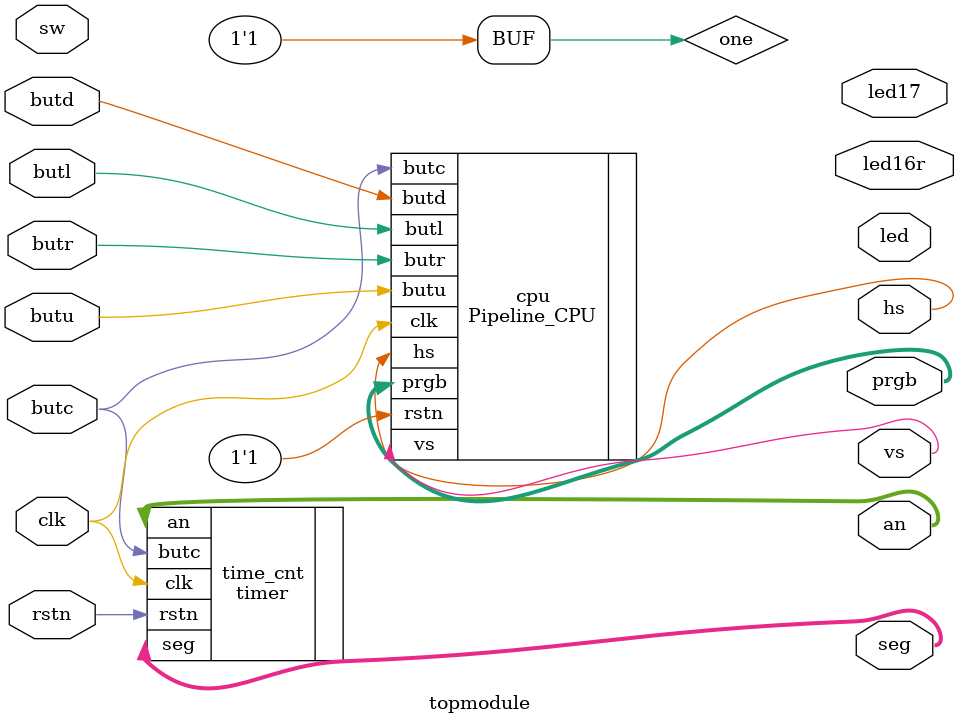
<source format=v>
`timescale 1ns / 1ps


module topmodule(
    input clk,	
    input rstn,	    //cpu_resetn

    // Input: buttons and switches
    input butu, 	//btnu
    input butd,	    //btnd
    input butr,	    //btnr
    input butc,	    //btnc
    input butl,	    //btnl
    input [15:0] sw,	//sw15-0

    // Output: leds and segments
    output led16r, 		
    output [15:0] led,	    //led15-0
    output [7:0] an,		//an7-0
    output [6:0] seg,		//ca-cg 
    output [2:0] led17, 	    //led17

    // Screen
    output [11:0] prgb,
    output hs,
    output vs
);

reg one;
initial begin
    one <= 1'b1;
end

//IO_BUS
wire [15:0] io_addr;
wire [31:0] io_dout;
wire io_we;
wire io_rd;
wire [31:0] io_din;

//Debug_BUS
wire [31:0] if_pc, id_pc;
wire [15:0] chk_addr;
wire [31:0] chk_data;

wire pdu_run;
wire cpu_stop;
wire pdu_rstn;
wire [31:0] pdu_breakpoint;

// // PDU
// PDU_v2 pdu(
//     .clk(clk),	//clk100mhz
//     .rstn(rstn),

//     .butu(butu),        //btnu
//     .butd(butd),	    //btnd
//     .butr(butr),	        //btnr
//     .butc(butc),	    //btnc
//     .butl(butl),	        //btnl
//     .sw(sw),	        //sw15-0

//     .stop(led16r), 		//led16r
//     .led(led),	        //led15-0
//     .an(an),		    //an7-0
//     .seg(seg),		    //ca-cg 
//     .seg_sel(led17), 	//led17

//     // CTRL_BUS
//     .pdu_rstn(pdu_rstn),
//     .pdu_breakpoint(pdu_breakpoint),      
//     .pdu_run(pdu_run),           
//     .cpu_stop(cpu_stop),           

//     //IO_BUS
//     .io_addr(io_addr),
//     .io_dout(io_dout),
//     .io_we(io_we),		
//     .io_rd(io_rd),	
//     .io_din(io_din),	

//     //Debug_BUS
//     .chk_if_pc(if_pc), 	
//     .chk_id_pc(id_pc), 	    
//     .chk_addr(chk_addr),	
//     .chk_data(chk_data)    
// );


Pipeline_CPU cpu(
    // cpu control form PDU
    .clk(clk), 
    .rstn(1'b1),

    // outside signals
    .butc(butc),
    .butu(butu),
    .butl(butl),
    .butd(butd),
    .butr(butr),

    .prgb(prgb),
    .hs(hs), 
    .vs(vs)
);

timer time_cnt(
    .clk(clk),
    .rstn(rstn),
    .butc(butc),      // when 1, then timer clear
    .an(an),    // Connecting segments display
    .seg(seg)    // Connecting segments display
);




endmodule

</source>
